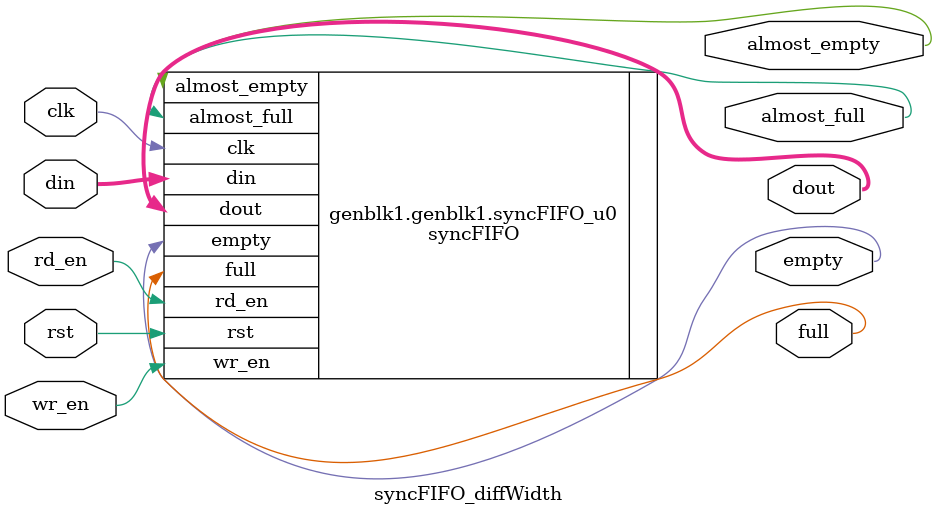
<source format=v>
/*
 * @Author       : Xu Xiaokang
 * @Email        : xuxiaokang_up@qq.com
 * @Date         : 2023-10-09 09:43:46
 * @LastEditors  : Xu Xiaokang
 * @LastEditTime : 2024-09-23 10:35:24
 * @Filename     :
 * @Description  :
*/

/*
! 模块功能: 同步FIFO, 支持输入输出数据不同位宽
* 思路:
1. 根据读写数据位宽的关系，分两种情况，当读位宽>写位宽时组合数据；当读位宽<写位宽时分解数据
? 注意：
1. 同步FIFO不存在“假满”和“假空”问题
2. FIFO实际容量总是比设定容量大，差值为两个小位宽（读/写）数据，不影响功能
3. 复位均为高电平复位，与Vivado中的FIFO IP核保持一致
4. 复位为异步复位，写复位和读复位可以共用一个信号，也可以分开
5. DIN_WIDTH与DOUT_WIDTH的倍数关系必须是2的n次方，如2倍、4倍、8倍，不能是3倍、6倍
6. FIFO深度通过WADDR_WIDTH来设置，所以FIFO的深度必然是2的指数，如8、16、32等
7. WADDR_WIDTH必须≥2，且RADDR_WIDTH =  WADDR_WIDTH + log2(DIN_WIDTH / DOUT_WIDTH)也必须≥2
    一种极限情况，DIN_WIDTH = 4，DOUT_WIDTH=16，WADDR_WIDTH=4，RADDR_WIDTH =5+log2(4/16)=2
8. MSB_FIFO用于设定高位/低位先进先出，它和一般讲的FIFO大端和小端模式不是一个概念
*/

`default_nettype none

module syncFIFO_diffWidth
#(
  parameter DIN_WIDTH = 8, // 输入数据位宽, 可取1, 2, 3, ... , 默认为8
  parameter DOUT_WIDTH = 8, // 输出数据位宽, 可取1, 2, 3, ... , 默认为8
  parameter WADDR_WIDTH = 4, // 写入地址位宽, 可取1, 2, 3, ... , 默认为4, 对应深度2**4
  parameter RAM_STYLE = "distributed", // RAM类型, 可选"block", "distributed"(默认)
  parameter [0:0] FWFT_EN = 1, // 首字直通特性使能, 默认为1, 表示使能首字直通
  parameter [0:0] MSB_FIFO = 1 // 1(默认)表示高位先进先出,同Vivado FIFO一致; 0表示低位先进先出
)(
  input  wire [DIN_WIDTH-1:0] din,
  input  wire                 wr_en,
  output wire                 full,
  output wire                 almost_full,

  output wire [DOUT_WIDTH-1:0] dout,
  input  wire                  rd_en,
  output wire                  empty,
  output wire                  almost_empty,

  input  wire                  clk,
  input  wire                  rst
);


//++ 写与读位宽转换 ++++++++++++++++++++++++++++++++++++++++++++++++++++++++++++
wire [DIN_WIDTH-1:0] wdata;
wire wdata_rd_en;
wire wdata_empty;

wire [DOUT_WIDTH-1:0] rdata;
wire rdata_wr_en;
wire rdata_full;

generate
  //~ 如果读位宽大于写位宽，则需要组合数据，组合成一个数据就写入到读取侧FIFO中
  if (DOUT_WIDTH > DIN_WIDTH) begin
    wire wdata_almost_full;
    syncFIFO # (
      .DATA_WIDTH (DIN_WIDTH),
      .ADDR_WIDTH (1        ),
      .RAM_STYLE  (RAM_STYLE),
      .FWFT_EN    (1        )
    ) syncFIFO_u0 (
      .din          (din        ),
      .wr_en        (wr_en      ),
      .full         (full       ),
      .almost_full  (wdata_almost_full),
      .dout         (wdata      ),
      .rd_en        (wdata_rd_en),
      .empty        (wdata_empty),
      .almost_empty (           ),
      .clk          (clk        ),
      .rst          (rst        )
    );

    assign almost_full = (wdata_almost_full && rdata_full) || full;


    localparam RADDR_WIDTH = $clog2(2**WADDR_WIDTH * DIN_WIDTH / DOUT_WIDTH);
    syncFIFO # (
      .DATA_WIDTH (DOUT_WIDTH ),
      .ADDR_WIDTH (RADDR_WIDTH),
      .RAM_STYLE  (RAM_STYLE  ),
      .FWFT_EN    (FWFT_EN    )
    ) syncFIFO_u1 (
      .din          (rdata       ),
      .wr_en        (rdata_wr_en ),
      .full         (rdata_full  ),
      .almost_full  (            ),
      .dout         (dout        ),
      .rd_en        (rd_en       ),
      .empty        (empty       ),
      .almost_empty (almost_empty),
      .clk          (clk         ),
      .rst          (rst         )
    );


    // 在读取侧FIFO未满，而写入侧FIFO非空时去读取写入侧FIFO
    assign wdata_rd_en = ~rdata_full && ~wdata_empty;

    reg [DOUT_WIDTH-1:0] rdata_r;

    if (MSB_FIFO == 1) begin
      always @(posedge clk or posedge rst) begin
        if (rst)
          rdata_r <= 'd0;
        else if (wdata_rd_en)
          rdata_r <= {rdata_r[DOUT_WIDTH-DIN_WIDTH-1:0], wdata}; // 先进的为高位
        else
          rdata_r <= rdata_r;
      end

      assign rdata = {rdata_r[DOUT_WIDTH-DIN_WIDTH-1:0], wdata}; // 先进的为高位
    end
    else begin
      always @(posedge clk or posedge rst) begin
        if (rst)
          rdata_r <= 'd0;
        else if (wdata_rd_en)
          rdata_r <= {wdata, rdata_r[DOUT_WIDTH-1 : DIN_WIDTH]}; // 先进的为低位
        else
          rdata_r <= rdata_r;
      end

      assign rdata = {wdata, rdata_r[DOUT_WIDTH-1 : DIN_WIDTH]}; // 先进的为低位
    end

    localparam WDATA_RD_EN_CNT_MAX = DOUT_WIDTH / DIN_WIDTH - 1;
    reg [$clog2(WDATA_RD_EN_CNT_MAX+1)-1 : 0] wdata_rd_en_cnt;
    always @(posedge clk or posedge rst) begin
      if (rst)
        wdata_rd_en_cnt <= 'd0;
      else if (wdata_rd_en)
        wdata_rd_en_cnt <= wdata_rd_en_cnt + 1'b1;
      else
        wdata_rd_en_cnt <= wdata_rd_en_cnt;
    end

    assign rdata_wr_en = wdata_rd_en && wdata_rd_en_cnt == WDATA_RD_EN_CNT_MAX;
  end

  //~ 如果读位宽等于写位宽，那么就是普通的同步FIFO
  else if (DOUT_WIDTH == DIN_WIDTH) begin
    syncFIFO # (
      .DATA_WIDTH (DIN_WIDTH  ),
      .ADDR_WIDTH (WADDR_WIDTH),
      .RAM_STYLE  (RAM_STYLE  ),
      .FWFT_EN    (FWFT_EN    )
    ) syncFIFO_u0 (
      .din          (din         ),
      .wr_en        (wr_en       ),
      .full         (full        ),
      .almost_full  (almost_full ),
      .dout         (dout        ),
      .rd_en        (rd_en       ),
      .empty        (empty       ),
      .almost_empty (almost_empty),
      .clk          (clk         ),
      .rst          (rst         )
    );
  end

  //~ 如果读位宽小于写位宽，则需要分解数据，写入的数据分解成几个数据写入到读取侧FIFO中
  else begin
    syncFIFO # (
      .DATA_WIDTH (DIN_WIDTH  ),
      .ADDR_WIDTH (WADDR_WIDTH),
      .RAM_STYLE  (RAM_STYLE  ),
      .FWFT_EN    (1          )
    ) syncFIFO_u0 (
      .din          (din        ),
      .wr_en        (wr_en      ),
      .full         (full       ),
      .almost_full  (almost_full),
      .dout         (wdata      ),
      .rd_en        (wdata_rd_en),
      .empty        (wdata_empty),
      .almost_empty (           ),
      .clk          (clk        ),
      .rst          (rst        )
    );


    wire rdata_almost_empty;
    syncFIFO # (
      .DATA_WIDTH (DOUT_WIDTH),
      .ADDR_WIDTH (1         ),
      .RAM_STYLE  (RAM_STYLE ),
      .FWFT_EN    (FWFT_EN   )
    ) syncFIFO_u1 (
      .din          (rdata             ),
      .wr_en        (rdata_wr_en       ),
      .full         (rdata_full        ),
      .almost_full  (                  ),
      .dout         (dout              ),
      .rd_en        (rd_en             ),
      .empty        (empty             ),
      .almost_empty (rdata_almost_empty),
      .clk          (clk               ),
      .rst          (rst               )
    );

    assign almost_empty = (wdata_empty && rdata_almost_empty) || empty;


    // 先写入写数据的高位，再写入低位，当写入到最低位时，读取写入侧FIFO
    localparam RDATA_WR_EN_CNT_MAX = DIN_WIDTH/ DOUT_WIDTH - 1;
    reg [$clog2(RDATA_WR_EN_CNT_MAX+1)-1 : 0] rdata_wr_en_cnt;
    always @(posedge clk or posedge rst) begin
      if (rst)
        rdata_wr_en_cnt <= 'd0;
      else if (rdata_wr_en)
        rdata_wr_en_cnt <= rdata_wr_en_cnt + 1'b1;
      else
        rdata_wr_en_cnt <= rdata_wr_en_cnt;
    end

    if (MSB_FIFO == 1) begin
      wire [DIN_WIDTH-1:0] wdata_r = wdata << (rdata_wr_en_cnt * DOUT_WIDTH);
      assign rdata = wdata_r[DIN_WIDTH-1 : DIN_WIDTH-DOUT_WIDTH];
    end
    else begin
      wire [DIN_WIDTH-1:0] wdata_r = wdata >> (rdata_wr_en_cnt * DOUT_WIDTH);
      assign rdata = wdata_r[DOUT_WIDTH-1 : 0];
    end

    // 在读取侧FIFO非满，而写入侧FIFO非空时去写入读取侧FIFO
    assign rdata_wr_en = ~rdata_full && ~wdata_empty;

    assign wdata_rd_en = rdata_wr_en && rdata_wr_en_cnt == RDATA_WR_EN_CNT_MAX;
  end
endgenerate
//-- 写与读位宽转换 ------------------------------------------------------------


endmodule
`resetall
</source>
